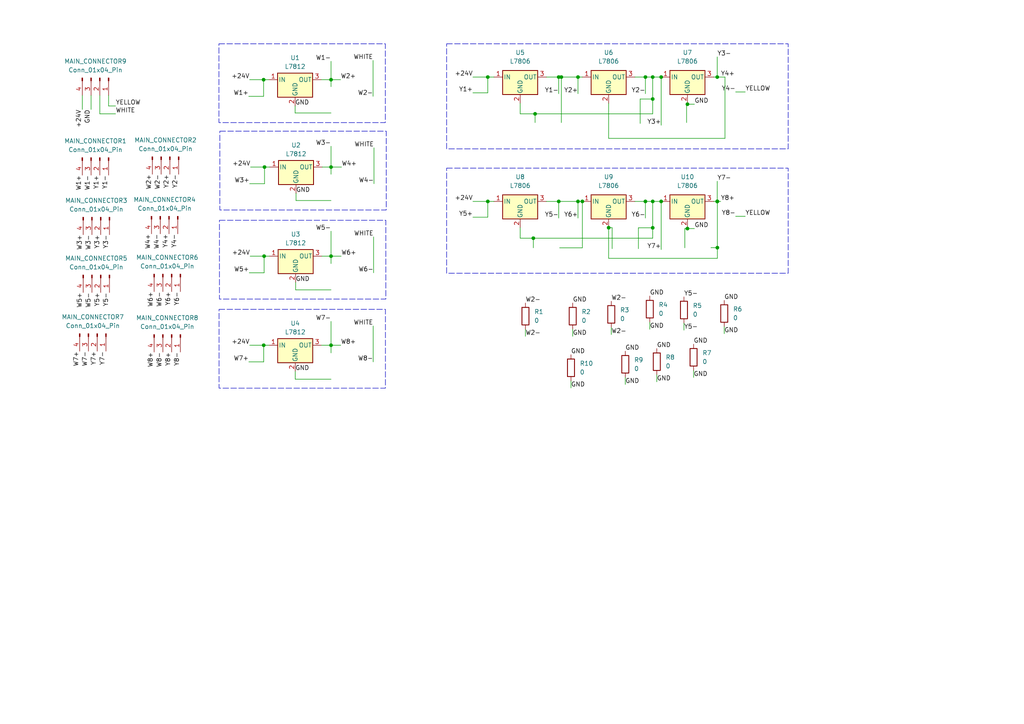
<source format=kicad_sch>
(kicad_sch (version 20231120) (generator "eeschema") (generator_version "8.0")
  (paper "A4")
  (lib_symbols
    (symbol "Connector:Conn_01x04_Pin" (pin_names (offset 1.016) hide)
      (property "Reference" "J" (at 0 5.08 0))
      (property "Value" "Conn_01x04_Pin" (at 0 -7.62 0))
      (symbol "Conn_01x04_Pin_1_1"
        (polyline (pts (xy 1.27 -5.08) (xy 0.8636 -5.08)) (stroke (width 0.1524)))
        (polyline (pts (xy 1.27 -2.54) (xy 0.8636 -2.54)) (stroke (width 0.1524)))
        (polyline (pts (xy 1.27 0) (xy 0.8636 0)) (stroke (width 0.1524)))
        (polyline (pts (xy 1.27 2.54) (xy 0.8636 2.54)) (stroke (width 0.1524)))
        (rectangle (start 0.8636 -4.953) (end 0 -5.207) (stroke (width 0.1524)) (fill (type outline)))
        (rectangle (start 0.8636 -2.413) (end 0 -2.667) (stroke (width 0.1524)) (fill (type outline)))
        (rectangle (start 0.8636 0.127) (end 0 -0.127) (stroke (width 0.1524)) (fill (type outline)))
        (rectangle (start 0.8636 2.667) (end 0 2.413) (stroke (width 0.1524)) (fill (type outline)))
        (pin passive line (at 5.08 2.54 180) (length 3.81) (name "Pin_1") (number "1"))
        (pin passive line (at 5.08 0 180) (length 3.81) (name "Pin_2") (number "2"))
        (pin passive line (at 5.08 -2.54 180) (length 3.81) (name "Pin_3") (number "3"))
        (pin passive line (at 5.08 -5.08 180) (length 3.81) (name "Pin_4") (number "4"))
      )
    )
    (symbol "Device:R" (pin_numbers hide) (pin_names (offset 0))
      (property "Reference" "R" (at 2.032 0 90))
      (property "Value" "R" (at 0 0 90))
      (symbol "R_0_1"
        (rectangle (start -1.016 -2.54) (end 1.016 2.54) (stroke (width 0.254)))
      )
      (symbol "R_1_1"
        (pin passive line (at 0 3.81 270) (length 1.27) (name "~") (number "1"))
        (pin passive line (at 0 -3.81 90) (length 1.27) (name "~") (number "2"))
      )
    )
    (symbol "Regulator_Linear:L7806" (pin_names (offset 0.254))
      (property "Reference" "U" (at -3.81 3.175 0))
      (property "Value" "L7806" (at 0 3.175 0))
      (symbol "L7806_0_1"
        (rectangle (start -5.08 1.905) (end 5.08 -5.08) (stroke (width 0.254)) (fill (type background)))
      )
      (symbol "L7806_1_1"
        (pin power_in line (at -7.62 0 0) (length 2.54) (name "IN") (number "1"))
        (pin power_in line (at 0 -7.62 90) (length 2.54) (name "GND") (number "2"))
        (pin power_out line (at 7.62 0 180) (length 2.54) (name "OUT") (number "3"))
      )
    )
    (symbol "Regulator_Linear:L7812" (pin_names (offset 0.254))
      (property "Reference" "U" (at -3.81 3.175 0))
      (property "Value" "L7812" (at 0 3.175 0))
      (symbol "L7812_0_1"
        (rectangle (start -5.08 1.905) (end 5.08 -5.08) (stroke (width 0.254)) (fill (type background)))
      )
      (symbol "L7812_1_1"
        (pin power_in line (at -7.62 0 0) (length 2.54) (name "IN") (number "1"))
        (pin power_in line (at 0 -7.62 90) (length 2.54) (name "GND") (number "2"))
        (pin power_out line (at 7.62 0 180) (length 2.54) (name "OUT") (number "3"))
      )
    )
  )
  (junction (at 167.64 58.42))
  (junction (at 162.052 58.42))
  (junction (at 96.012 23.114))
  (junction (at 208.026 22.352))
  (junction (at 76.4869 100.1335))
  (junction (at 167.64 22.352))
  (junction (at 208.026 58.42))
  (junction (at 96.012 100.1335))
  (junction (at 208.0649 71.8299))
  (junction (at 141.478 22.352))
  (junction (at 199.39 66.294))
  (junction (at 96.012 74.2962))
  (junction (at 96.012 48.4589))
  (junction (at 176.53 66.04))
  (junction (at 76.6033 74.2962))
  (junction (at 162.052 22.352))
  (junction (at 189.3124 28.7213))
  (junction (at 168.91 58.42))
  (junction (at 76.454 23.114))
  (junction (at 187.198 58.42))
  (junction (at 189.3124 66.0742))
  (junction (at 141.478 58.42))
  (junction (at 191.77 22.352))
  (junction (at 155.194 33.02))
  (junction (at 162.814 22.352))
  (junction (at 189.3124 58.42))
  (junction (at 208.0649 58.42))
  (junction (at 199.39 30.226))
  (junction (at 187.198 22.352))
  (junction (at 189.3124 22.352))
  (junction (at 154.686 69.088))
  (junction (at 76.7196 48.4589))
  (junction (at 191.77 58.42))
  (wire (pts (xy 33.528 30.734) (xy 31.496 30.734)))
  (wire (pts (xy 85.8636 58.166) (xy 85.8636 56.0789)))
  (wire (pts (xy 96.012 23.114) (xy 96.012 25.146)))
  (wire (pts (xy 72.6556 48.4589) (xy 76.7196 48.4589)))
  (wire (pts (xy 185.166 72.136) (xy 185.166 66.0742)))
  (wire (pts (xy 201.422 30.226) (xy 199.39 30.226)))
  (wire (pts (xy 207.01 58.42) (xy 208.026 58.42)))
  (wire (pts (xy 187.198 58.42) (xy 187.198 63.246)))
  (wire (pts (xy 72.1689 104.9595) (xy 76.4869 104.9595)))
  (wire (pts (xy 141.478 58.42) (xy 143.256 58.42)))
  (wire (pts (xy 191.77 72.39) (xy 191.77 58.42)))
  (wire (pts (xy 23.876 31.75) (xy 23.876 27.686)))
  (wire (pts (xy 93.2509 100.1335) (xy 96.012 100.1335)))
  (wire (pts (xy 137.16 26.924) (xy 141.478 26.924)))
  (wire (pts (xy 96.012 74.2962) (xy 98.9553 74.2962)))
  (wire (pts (xy 162.052 58.42) (xy 167.64 58.42)))
  (wire (pts (xy 76.454 27.94) (xy 76.454 23.114)))
  (wire (pts (xy 155.194 33.02) (xy 189.3124 33.02)))
  (wire (pts (xy 150.876 66.04) (xy 150.876 69.088)))
  (wire (pts (xy 184.15 22.352) (xy 187.198 22.352)))
  (wire (pts (xy 72.4016 53.2849) (xy 76.7196 53.2849)))
  (wire (pts (xy 185.674 28.7213) (xy 189.3124 28.7213)))
  (wire (pts (xy 96.012 48.4589) (xy 96.012 50.546)))
  (wire (pts (xy 199.136 35.56) (xy 199.136 30.226)))
  (wire (pts (xy 76.454 23.114) (xy 77.978 23.114)))
  (wire (pts (xy 177.546 66.04) (xy 176.53 66.04)))
  (wire (pts (xy 201.168 109.474) (xy 201.168 107.442)))
  (wire (pts (xy 72.5393 74.2962) (xy 76.6033 74.2962)))
  (wire (pts (xy 137.16 58.42) (xy 141.478 58.42)))
  (wire (pts (xy 108.2369 94.5455) (xy 108.2369 104.9595)))
  (wire (pts (xy 198.374 95.758) (xy 198.374 93.726)))
  (wire (pts (xy 167.64 63.246) (xy 167.64 58.42)))
  (wire (pts (xy 141.478 22.352) (xy 143.256 22.352)))
  (wire (pts (xy 210.2731 22.352) (xy 210.2731 40.132)))
  (wire (pts (xy 208.0649 71.8299) (xy 208.0649 58.42)))
  (wire (pts (xy 191.77 36.322) (xy 191.77 22.352)))
  (wire (pts (xy 96.012 100.1335) (xy 96.012 102.362)))
  (wire (pts (xy 137.16 22.352) (xy 141.478 22.352)))
  (wire (pts (xy 162.306 71.882) (xy 168.91 71.882)))
  (wire (pts (xy 96.012 67.056) (xy 96.012 74.2962)))
  (wire (pts (xy 76.4869 100.1335) (xy 78.0109 100.1335)))
  (wire (pts (xy 96.012 100.1335) (xy 96.012 93.218)))
  (wire (pts (xy 137.16 62.992) (xy 141.478 62.992)))
  (wire (pts (xy 26.416 31.75) (xy 26.416 27.686)))
  (wire (pts (xy 85.7473 84.074) (xy 85.7473 81.9162)))
  (wire (pts (xy 154.686 71.882) (xy 154.686 69.088)))
  (wire (pts (xy 96.012 32.766) (xy 85.598 32.766)))
  (wire (pts (xy 166.116 97.536) (xy 166.116 95.504)))
  (wire (pts (xy 210.058 96.774) (xy 210.058 94.742)))
  (wire (pts (xy 206.248 71.882) (xy 206.248 71.8299)))
  (wire (pts (xy 31.496 30.734) (xy 31.496 27.686)))
  (wire (pts (xy 187.198 58.42) (xy 189.3124 58.42)))
  (wire (pts (xy 189.3124 33.02) (xy 189.3124 28.7213)))
  (wire (pts (xy 216.154 62.738) (xy 213.36 62.738)))
  (wire (pts (xy 150.876 33.02) (xy 155.194 33.02)))
  (wire (pts (xy 187.198 22.352) (xy 187.198 27.178)))
  (wire (pts (xy 152.4 97.536) (xy 152.4 95.504)))
  (wire (pts (xy 162.814 22.352) (xy 167.64 22.352)))
  (wire (pts (xy 199.39 30.226) (xy 199.39 29.972)))
  (wire (pts (xy 167.64 22.352) (xy 168.91 22.352)))
  (wire (pts (xy 167.64 27.178) (xy 167.64 22.352)))
  (wire (pts (xy 150.876 69.088) (xy 154.686 69.088)))
  (wire (pts (xy 187.198 22.352) (xy 189.3124 22.352)))
  (wire (pts (xy 76.7196 53.2849) (xy 76.7196 48.4589)))
  (wire (pts (xy 181.356 111.506) (xy 181.356 109.474)))
  (wire (pts (xy 85.598 32.766) (xy 85.598 30.734)))
  (wire (pts (xy 76.6033 74.2962) (xy 78.1273 74.2962)))
  (wire (pts (xy 96.012 48.4589) (xy 99.0716 48.4589)))
  (wire (pts (xy 206.248 71.8299) (xy 208.0649 71.8299)))
  (wire (pts (xy 76.6033 79.1222) (xy 76.6033 74.2962)))
  (wire (pts (xy 162.052 22.352) (xy 162.814 22.352)))
  (wire (pts (xy 155.194 35.56) (xy 155.194 33.02)))
  (wire (pts (xy 199.39 66.294) (xy 199.39 66.04)))
  (wire (pts (xy 162.052 22.352) (xy 162.052 27.178)))
  (wire (pts (xy 96.012 74.2962) (xy 96.012 76.454)))
  (wire (pts (xy 158.496 22.352) (xy 162.052 22.352)))
  (wire (pts (xy 72.136 27.94) (xy 76.454 27.94)))
  (wire (pts (xy 184.15 58.42) (xy 187.198 58.42)))
  (wire (pts (xy 198.628 71.882) (xy 198.628 66.294)))
  (wire (pts (xy 96.012 109.982) (xy 85.6309 109.982)))
  (wire (pts (xy 176.53 66.04) (xy 176.53 74.93)))
  (wire (pts (xy 108.3533 68.7082) (xy 108.3533 79.1222)))
  (wire (pts (xy 93.218 23.114) (xy 96.012 23.114)))
  (wire (pts (xy 199.136 30.226) (xy 199.39 30.226)))
  (wire (pts (xy 208.0649 58.42) (xy 209.042 58.42)))
  (wire (pts (xy 72.2853 79.1222) (xy 76.6033 79.1222)))
  (wire (pts (xy 216.154 26.67) (xy 213.36 26.67)))
  (wire (pts (xy 168.91 71.882) (xy 168.91 58.42)))
  (wire (pts (xy 96.012 84.074) (xy 85.7473 84.074)))
  (wire (pts (xy 96.012 58.166) (xy 85.8636 58.166)))
  (wire (pts (xy 188.468 95.504) (xy 188.468 93.472)))
  (wire (pts (xy 154.686 69.088) (xy 189.3124 69.088)))
  (wire (pts (xy 141.478 62.992) (xy 141.478 58.42)))
  (wire (pts (xy 208.026 22.352) (xy 210.2731 22.352)))
  (wire (pts (xy 189.3124 66.0742) (xy 189.3124 58.42)))
  (wire (pts (xy 167.64 58.42) (xy 168.91 58.42)))
  (wire (pts (xy 96.012 17.78) (xy 96.012 23.114)))
  (wire (pts (xy 150.876 29.972) (xy 150.876 33.02)))
  (wire (pts (xy 176.53 29.972) (xy 176.53 40.132)))
  (wire (pts (xy 207.01 22.352) (xy 208.026 22.352)))
  (wire (pts (xy 189.3124 69.088) (xy 189.3124 66.0742)))
  (wire (pts (xy 189.3124 28.7213) (xy 189.3124 22.352)))
  (wire (pts (xy 108.204 17.526) (xy 108.204 27.94)))
  (wire (pts (xy 33.528 33.02) (xy 28.956 33.02)))
  (wire (pts (xy 76.4869 104.9595) (xy 76.4869 100.1335)))
  (wire (pts (xy 185.166 66.0742) (xy 189.3124 66.0742)))
  (wire (pts (xy 76.7196 48.4589) (xy 78.2436 48.4589)))
  (wire (pts (xy 177.292 97.028) (xy 177.292 94.996)))
  (wire (pts (xy 85.6309 109.982) (xy 85.6309 107.7535)))
  (wire (pts (xy 96.012 100.1335) (xy 98.8389 100.1335)))
  (wire (pts (xy 208.026 16.51) (xy 208.026 22.352)))
  (wire (pts (xy 208.026 52.578) (xy 208.026 58.42)))
  (wire (pts (xy 177.546 72.136) (xy 177.546 66.04)))
  (wire (pts (xy 198.628 66.294) (xy 199.39 66.294)))
  (wire (pts (xy 185.674 35.814) (xy 185.674 28.7213)))
  (wire (pts (xy 189.3124 22.352) (xy 191.77 22.352)))
  (wire (pts (xy 165.608 112.522) (xy 165.608 110.49)))
  (wire (pts (xy 141.478 26.924) (xy 141.478 22.352)))
  (wire (pts (xy 158.496 58.42) (xy 162.052 58.42)))
  (wire (pts (xy 176.53 74.93) (xy 208.0649 74.93)))
  (wire (pts (xy 208.0649 74.93) (xy 208.0649 71.8299)))
  (wire (pts (xy 108.4696 42.8709) (xy 108.4696 53.2849)))
  (wire (pts (xy 190.5 110.744) (xy 190.5 108.712)))
  (wire (pts (xy 93.3673 74.2962) (xy 96.012 74.2962)))
  (wire (pts (xy 189.3124 58.42) (xy 191.77 58.42)))
  (wire (pts (xy 72.39 23.114) (xy 76.454 23.114)))
  (wire (pts (xy 201.422 66.294) (xy 199.39 66.294)))
  (wire (pts (xy 28.956 33.02) (xy 28.956 27.686)))
  (wire (pts (xy 93.4836 48.4589) (xy 96.012 48.4589)))
  (wire (pts (xy 162.814 35.56) (xy 162.814 22.352)))
  (wire (pts (xy 96.012 23.114) (xy 98.806 23.114)))
  (wire (pts (xy 72.4229 100.1335) (xy 76.4869 100.1335)))
  (wire (pts (xy 176.53 40.132) (xy 210.2731 40.132)))
  (wire (pts (xy 162.052 63.246) (xy 162.052 58.42)))
  (wire (pts (xy 208.026 58.42) (xy 208.0649 58.42)))
  (wire (pts (xy 96.012 48.4589) (xy 96.012 42.418)))
  (rectangle (start 63.5329 89.7195) (end 111.7929 112.5795) (stroke (width 0) (type dash)))
  (rectangle (start 63.6493 63.8822) (end 111.9093 86.7422) (stroke (width 0) (type dash)))
  (rectangle (start 63.7656 38.0449) (end 112.0256 60.9049) (stroke (width 0) (type dash)))
  (rectangle (start 63.5 12.7) (end 111.76 35.56) (stroke (width 0) (type dash)))
  (rectangle (start 129.54 12.7) (end 228.6 43.18) (stroke (width 0) (type dash)))
  (rectangle (start 129.54 48.768) (end 228.6 79.248) (stroke (width 0) (type dash)))
  (label "Y2-" (at 51.816 50.546 270))
  (label "GND" (at 166.116 97.536 0))
  (label "W2+" (at 44.196 50.546 270))
  (label "Y7-" (at 208.026 52.578 0))
  (label "GND" (at 201.422 66.294 0))
  (label "Y4-" (at 51.562 67.818 270))
  (label "Y2+" (at 49.276 50.546 270))
  (label "GND" (at 85.598 30.734 0))
  (label "W4-" (at 108.4696 53.2849 180))
  (label "GND" (at 166.116 87.884 0))
  (label "Y8-" (at 52.324 102.108 270))
  (label "Y6+" (at 49.784 84.582 270))
  (label "GND" (at 165.608 102.87 0))
  (label "Y3-" (at 31.75 68.072 270))
  (label "Y5+" (at 137.16 62.992 180))
  (label "Y4+" (at 209.042 22.352 0))
  (label "W2-" (at 152.4 97.536 0))
  (label "YELLOW" (at 216.154 62.738 0))
  (label "GND" (at 188.468 95.504 0))
  (label "W6-" (at 47.244 84.582 270))
  (label "GND" (at 190.5 110.744 0))
  (label "Y8+" (at 49.784 102.108 270))
  (label "W2+" (at 98.806 23.114 0))
  (label "GND" (at 165.608 112.522 0))
  (label "W7+" (at 23.114 101.854 270))
  (label "GND" (at 190.5 101.092 0))
  (label "W5-" (at 26.67 84.836 270))
  (label "GND" (at 85.8636 56.0789 0))
  (label "Y1+" (at 137.16 26.924 180))
  (label "W2-" (at 108.204 27.94 180))
  (label "W4-" (at 46.482 67.818 270))
  (label "Y5-" (at 162.052 63.246 180))
  (label "Y2+" (at 167.64 27.178 180))
  (label "W6+" (at 44.704 84.582 270))
  (label "+24V" (at 72.39 23.114 180))
  (label "Y1-" (at 31.496 50.8 270))
  (label "GND" (at 201.168 109.474 0))
  (label "GND" (at 201.422 30.226 0))
  (label "W8+" (at 98.8389 100.1335 0))
  (label "W8-" (at 47.244 102.108 270))
  (label "WHITE" (at 33.528 33.02 0))
  (label "W1+" (at 72.136 27.94 180))
  (label "GND" (at 201.168 99.822 0))
  (label "W3-" (at 96.012 42.418 180))
  (label "WHITE" (at 108.204 17.526 180))
  (label "+24V" (at 72.4229 100.1335 180))
  (label "Y8-" (at 213.36 62.738 180))
  (label "W5+" (at 24.13 84.836 270))
  (label "W3+" (at 72.4016 53.2849 180))
  (label "W4+" (at 99.0716 48.4589 0))
  (label "Y3+" (at 29.21 68.072 270))
  (label "YELLOW" (at 216.154 26.67 0))
  (label "W5+" (at 72.2853 79.1222 180))
  (label "Y1-" (at 162.052 27.178 180))
  (label "+24V" (at 72.6556 48.4589 180))
  (label "Y4-" (at 213.36 26.67 180))
  (label "W2-" (at 177.292 97.028 0))
  (label "GND" (at 181.356 111.506 0))
  (label "W6-" (at 108.3533 79.1222 180))
  (label "GND" (at 188.468 85.852 0))
  (label "W3+" (at 24.13 68.072 270))
  (label "W5-" (at 96.012 67.056 180))
  (label "Y3-" (at 208.026 16.51 0))
  (label "W1-" (at 26.416 50.8 270))
  (label "W7+" (at 72.1689 104.9595 180))
  (label "Y5-" (at 198.374 95.758 0))
  (label "Y3+" (at 191.77 36.322 180))
  (label "GND" (at 26.416 31.75 270))
  (label "Y2-" (at 187.198 27.178 180))
  (label "Y8+" (at 209.042 58.42 0))
  (label "WHITE" (at 108.2369 94.5455 180))
  (label "YELLOW" (at 33.528 30.734 0))
  (label "+24V" (at 137.16 22.352 180))
  (label "W7-" (at 96.012 93.218 180))
  (label "Y7-" (at 30.734 101.854 270))
  (label "Y7+" (at 28.194 101.854 270))
  (label "W2-" (at 152.4 87.884 0))
  (label "W2-" (at 46.736 50.546 270))
  (label "Y6+" (at 167.64 63.246 180))
  (label "W2-" (at 177.292 87.376 0))
  (label "Y6-" (at 187.198 63.246 180))
  (label "W4+" (at 43.942 67.818 270))
  (label "W3-" (at 26.67 68.072 270))
  (label "Y5+" (at 29.21 84.836 270))
  (label "WHITE" (at 108.4696 42.8709 180))
  (label "W7-" (at 25.654 101.854 270))
  (label "GND" (at 85.7473 81.9162 0))
  (label "W6+" (at 98.9553 74.2962 0))
  (label "Y7+" (at 191.77 72.39 180))
  (label "Y1+" (at 28.956 50.8 270))
  (label "W8+" (at 44.704 102.108 270))
  (label "GND" (at 210.058 96.774 0))
  (label "GND" (at 181.356 101.854 0))
  (label "W1+" (at 23.876 50.8 270))
  (label "GND" (at 85.6309 107.7535 0))
  (label "W1-" (at 96.012 17.78 180))
  (label "Y4+" (at 49.022 67.818 270))
  (label "Y5-" (at 31.75 84.836 270))
  (label "Y6-" (at 52.324 84.582 270))
  (label "W8-" (at 108.2369 104.9595 180))
  (label "+24V" (at 72.5393 74.2962 180))
  (label "+24V" (at 23.876 31.75 270))
  (label "Y5-" (at 198.374 86.106 0))
  (label "WHITE" (at 108.3533 68.7082 180))
  (label "GND" (at 210.058 87.122 0))
  (label "+24V" (at 137.16 58.42 180))
  (symbol (lib_id "Device:R") (at 165.608 106.68 0) (unit 1)
    (property "Reference" "R10" (at 168.148 105.4099 0) (effects (justify left)))
    (property "Value" "0" (at 168.148 107.9499 0) (effects (justify left)))
    (property "Footprint" "Resistor_THT:R_Axial_DIN0204_L3.6mm_D1.6mm_P7.62mm_Horizontal" (effects (hide yes)))
    (property "Description" "Resistor" (effects (hide yes)))
  )
  (symbol (lib_id "Device:R") (at 166.116 91.694 0) (unit 1)
    (property "Reference" "R2" (at 168.656 90.4239 0) (effects (justify left)))
    (property "Value" "0" (at 168.656 92.9639 0) (effects (justify left)))
    (property "Footprint" "Resistor_THT:R_Axial_DIN0204_L3.6mm_D1.6mm_P5.08mm_Horizontal" (effects (hide yes)))
    (property "Description" "Resistor" (effects (hide yes)))
  )
  (symbol (lib_id "Connector:Conn_01x04_Pin") (at 28.956 22.606 270) (unit 1)
    (property "Reference" "MAIN_CONNECTOR9" (at 27.686 17.78 90))
    (property "Value" "Conn_01x04_Pin" (at 27.686 20.32 90))
    (property "Footprint" "Connector:FanPinHeader_1x04_P2.54mm_Vertical" (effects (hide yes)))
    (property "Description" "Generic connector, single row, 01x04, script generated" (effects (hide yes)))
  )
  (symbol (lib_id "Regulator_Linear:L7806") (at 199.39 22.352 0) (unit 1)
    (property "Reference" "U7" (at 199.39 15.24 0))
    (property "Value" "L7806" (at 199.39 17.78 0))
    (property "Footprint" "Package_TO_SOT_THT:TO-220-3_Vertical" (effects (hide yes)))
    (property "Datasheet" "http://www.st.com/content/ccc/resource/technical/document/datasheet/41/4f/b3/b0/12/d4/47/88/CD00000444.pdf/files/CD00000444.pdf/jcr:content/translations/en.CD00000444.pdf" (effects (hide yes)))
    (property "Description" "Positive 1.5A 35V Linear Regulator, Fixed Output 6V, TO-220/TO-263/TO-252" (effects (hide yes)))
  )
  (symbol (lib_id "Regulator_Linear:L7806") (at 150.876 22.352 0) (unit 1)
    (property "Reference" "U5" (at 150.876 15.24 0))
    (property "Value" "L7806" (at 150.876 17.78 0))
    (property "Footprint" "Package_TO_SOT_THT:TO-220-3_Vertical" (effects (hide yes)))
    (property "Datasheet" "http://www.st.com/content/ccc/resource/technical/document/datasheet/41/4f/b3/b0/12/d4/47/88/CD00000444.pdf/files/CD00000444.pdf/jcr:content/translations/en.CD00000444.pdf" (effects (hide yes)))
    (property "Description" "Positive 1.5A 35V Linear Regulator, Fixed Output 6V, TO-220/TO-263/TO-252" (effects (hide yes)))
  )
  (symbol (lib_id "Connector:Conn_01x04_Pin") (at 28.194 96.774 270) (unit 1)
    (property "Reference" "MAIN_CONNECTOR7" (at 26.924 91.948 90))
    (property "Value" "Conn_01x04_Pin" (at 26.924 94.488 90))
    (property "Footprint" "Connector:FanPinHeader_1x04_P2.54mm_Vertical" (effects (hide yes)))
    (property "Description" "Generic connector, single row, 01x04, script generated" (effects (hide yes)))
  )
  (symbol (lib_id "Connector:Conn_01x04_Pin") (at 29.21 79.756 270) (unit 1)
    (property "Reference" "MAIN_CONNECTOR5" (at 27.94 74.93 90))
    (property "Value" "Conn_01x04_Pin" (at 27.94 77.47 90))
    (property "Footprint" "Connector:FanPinHeader_1x04_P2.54mm_Vertical" (effects (hide yes)))
    (property "Description" "Generic connector, single row, 01x04, script generated" (effects (hide yes)))
  )
  (symbol (lib_id "Device:R") (at 190.5 104.902 0) (unit 1)
    (property "Reference" "R8" (at 193.04 103.6319 0) (effects (justify left)))
    (property "Value" "0" (at 193.04 106.1719 0) (effects (justify left)))
    (property "Footprint" "Resistor_THT:R_Axial_DIN0204_L3.6mm_D1.6mm_P5.08mm_Horizontal" (effects (hide yes)))
    (property "Description" "Resistor" (effects (hide yes)))
  )
  (symbol (lib_id "Device:R") (at 188.468 89.662 0) (unit 1)
    (property "Reference" "R4" (at 191.008 88.3919 0) (effects (justify left)))
    (property "Value" "0" (at 191.008 90.9319 0) (effects (justify left)))
    (property "Footprint" "Resistor_THT:R_Axial_DIN0204_L3.6mm_D1.6mm_P5.08mm_Horizontal" (effects (hide yes)))
    (property "Description" "Resistor" (effects (hide yes)))
  )
  (symbol (lib_id "Device:R") (at 198.374 89.916 0) (unit 1)
    (property "Reference" "R5" (at 200.914 88.6459 0) (effects (justify left)))
    (property "Value" "0" (at 200.914 91.1859 0) (effects (justify left)))
    (property "Footprint" "Resistor_THT:R_Axial_DIN0204_L3.6mm_D1.6mm_P7.62mm_Horizontal" (effects (hide yes)))
    (property "Description" "Resistor" (effects (hide yes)))
  )
  (symbol (lib_id "Regulator_Linear:L7812") (at 85.6309 100.1335 0) (unit 1)
    (property "Reference" "U4" (at 85.6309 93.7835 0))
    (property "Value" "L7812" (at 85.6309 96.3235 0))
    (property "Footprint" "Package_TO_SOT_THT:TO-220-3_Vertical" (effects (hide yes)))
    (property "Datasheet" "http://www.st.com/content/ccc/resource/technical/document/datasheet/41/4f/b3/b0/12/d4/47/88/CD00000444.pdf/files/CD00000444.pdf/jcr:content/translations/en.CD00000444.pdf" (effects (hide yes)))
    (property "Description" "Positive 1.5A 35V Linear Regulator, Fixed Output 12V, TO-220/TO-263/TO-252" (effects (hide yes)))
  )
  (symbol (lib_id "Regulator_Linear:L7812") (at 85.8636 48.4589 0) (unit 1)
    (property "Reference" "U2" (at 85.8636 42.1089 0))
    (property "Value" "L7812" (at 85.8636 44.6489 0))
    (property "Footprint" "Package_TO_SOT_THT:TO-220-3_Vertical" (effects (hide yes)))
    (property "Datasheet" "http://www.st.com/content/ccc/resource/technical/document/datasheet/41/4f/b3/b0/12/d4/47/88/CD00000444.pdf/files/CD00000444.pdf/jcr:content/translations/en.CD00000444.pdf" (effects (hide yes)))
    (property "Description" "Positive 1.5A 35V Linear Regulator, Fixed Output 12V, TO-220/TO-263/TO-252" (effects (hide yes)))
  )
  (symbol (lib_id "Connector:Conn_01x04_Pin") (at 49.022 62.738 270) (unit 1)
    (property "Reference" "MAIN_CONNECTOR4" (at 47.752 57.912 90))
    (property "Value" "Conn_01x04_Pin" (at 47.752 60.452 90))
    (property "Footprint" "Connector:FanPinHeader_1x04_P2.54mm_Vertical" (effects (hide yes)))
    (property "Description" "Generic connector, single row, 01x04, script generated" (effects (hide yes)))
  )
  (symbol (lib_id "Connector:Conn_01x04_Pin") (at 49.784 97.028 270) (unit 1)
    (property "Reference" "MAIN_CONNECTOR8" (at 48.514 92.202 90))
    (property "Value" "Conn_01x04_Pin" (at 48.514 94.742 90))
    (property "Footprint" "Connector:FanPinHeader_1x04_P2.54mm_Vertical" (effects (hide yes)))
    (property "Description" "Generic connector, single row, 01x04, script generated" (effects (hide yes)))
  )
  (symbol (lib_id "Device:R") (at 201.168 103.632 0) (unit 1)
    (property "Reference" "R7" (at 203.708 102.3619 0) (effects (justify left)))
    (property "Value" "0" (at 203.708 104.9019 0) (effects (justify left)))
    (property "Footprint" "Resistor_THT:R_Axial_DIN0204_L3.6mm_D1.6mm_P5.08mm_Horizontal" (effects (hide yes)))
    (property "Description" "Resistor" (effects (hide yes)))
  )
  (symbol (lib_id "Device:R") (at 210.058 90.932 0) (unit 1)
    (property "Reference" "R6" (at 212.598 89.6619 0) (effects (justify left)))
    (property "Value" "0" (at 212.598 92.2019 0) (effects (justify left)))
    (property "Footprint" "Resistor_THT:R_Axial_DIN0204_L3.6mm_D1.6mm_P5.08mm_Horizontal" (effects (hide yes)))
    (property "Description" "Resistor" (effects (hide yes)))
  )
  (symbol (lib_id "Regulator_Linear:L7812") (at 85.598 23.114 0) (unit 1)
    (property "Reference" "U1" (at 85.598 16.764 0))
    (property "Value" "L7812" (at 85.598 19.304 0))
    (property "Footprint" "Package_TO_SOT_THT:TO-220-3_Vertical" (effects (hide yes)))
    (property "Datasheet" "http://www.st.com/content/ccc/resource/technical/document/datasheet/41/4f/b3/b0/12/d4/47/88/CD00000444.pdf/files/CD00000444.pdf/jcr:content/translations/en.CD00000444.pdf" (effects (hide yes)))
    (property "Description" "Positive 1.5A 35V Linear Regulator, Fixed Output 12V, TO-220/TO-263/TO-252" (effects (hide yes)))
  )
  (symbol (lib_id "Device:R") (at 177.292 91.186 0) (unit 1)
    (property "Reference" "R3" (at 179.832 89.9159 0) (effects (justify left)))
    (property "Value" "0" (at 179.832 92.4559 0) (effects (justify left)))
    (property "Footprint" "Resistor_THT:R_Axial_DIN0204_L3.6mm_D1.6mm_P7.62mm_Horizontal" (effects (hide yes)))
    (property "Description" "Resistor" (effects (hide yes)))
  )
  (symbol (lib_id "Regulator_Linear:L7806") (at 176.53 58.42 0) (unit 1)
    (property "Reference" "U9" (at 176.53 51.308 0))
    (property "Value" "L7806" (at 176.53 53.848 0))
    (property "Footprint" "Package_TO_SOT_THT:TO-220-3_Vertical" (effects (hide yes)))
    (property "Datasheet" "http://www.st.com/content/ccc/resource/technical/document/datasheet/41/4f/b3/b0/12/d4/47/88/CD00000444.pdf/files/CD00000444.pdf/jcr:content/translations/en.CD00000444.pdf" (effects (hide yes)))
    (property "Description" "Positive 1.5A 35V Linear Regulator, Fixed Output 6V, TO-220/TO-263/TO-252" (effects (hide yes)))
  )
  (symbol (lib_id "Regulator_Linear:L7806") (at 150.876 58.42 0) (unit 1)
    (property "Reference" "U8" (at 150.876 51.308 0))
    (property "Value" "L7806" (at 150.876 53.848 0))
    (property "Footprint" "Package_TO_SOT_THT:TO-220-3_Vertical" (effects (hide yes)))
    (property "Datasheet" "http://www.st.com/content/ccc/resource/technical/document/datasheet/41/4f/b3/b0/12/d4/47/88/CD00000444.pdf/files/CD00000444.pdf/jcr:content/translations/en.CD00000444.pdf" (effects (hide yes)))
    (property "Description" "Positive 1.5A 35V Linear Regulator, Fixed Output 6V, TO-220/TO-263/TO-252" (effects (hide yes)))
  )
  (symbol (lib_id "Device:R") (at 181.356 105.664 0) (unit 1)
    (property "Reference" "R9" (at 183.896 104.3939 0) (effects (justify left)))
    (property "Value" "0" (at 183.896 106.9339 0) (effects (justify left)))
    (property "Footprint" "Resistor_THT:R_Axial_DIN0204_L3.6mm_D1.6mm_P5.08mm_Horizontal" (effects (hide yes)))
    (property "Description" "Resistor" (effects (hide yes)))
  )
  (symbol (lib_id "Regulator_Linear:L7806") (at 176.53 22.352 0) (unit 1)
    (property "Reference" "U6" (at 176.53 15.24 0))
    (property "Value" "L7806" (at 176.53 17.78 0))
    (property "Footprint" "Package_TO_SOT_THT:TO-220-3_Vertical" (effects (hide yes)))
    (property "Datasheet" "http://www.st.com/content/ccc/resource/technical/document/datasheet/41/4f/b3/b0/12/d4/47/88/CD00000444.pdf/files/CD00000444.pdf/jcr:content/translations/en.CD00000444.pdf" (effects (hide yes)))
    (property "Description" "Positive 1.5A 35V Linear Regulator, Fixed Output 6V, TO-220/TO-263/TO-252" (effects (hide yes)))
  )
  (symbol (lib_id "Regulator_Linear:L7812") (at 85.7473 74.2962 0) (unit 1)
    (property "Reference" "U3" (at 85.7473 67.9462 0))
    (property "Value" "L7812" (at 85.7473 70.4862 0))
    (property "Footprint" "Package_TO_SOT_THT:TO-220-3_Vertical" (effects (hide yes)))
    (property "Datasheet" "http://www.st.com/content/ccc/resource/technical/document/datasheet/41/4f/b3/b0/12/d4/47/88/CD00000444.pdf/files/CD00000444.pdf/jcr:content/translations/en.CD00000444.pdf" (effects (hide yes)))
    (property "Description" "Positive 1.5A 35V Linear Regulator, Fixed Output 12V, TO-220/TO-263/TO-252" (effects (hide yes)))
  )
  (symbol (lib_id "Regulator_Linear:L7806") (at 199.39 58.42 0) (unit 1)
    (property "Reference" "U10" (at 199.39 51.308 0))
    (property "Value" "L7806" (at 199.39 53.848 0))
    (property "Footprint" "Package_TO_SOT_THT:TO-220-3_Vertical" (effects (hide yes)))
    (property "Datasheet" "http://www.st.com/content/ccc/resource/technical/document/datasheet/41/4f/b3/b0/12/d4/47/88/CD00000444.pdf/files/CD00000444.pdf/jcr:content/translations/en.CD00000444.pdf" (effects (hide yes)))
    (property "Description" "Positive 1.5A 35V Linear Regulator, Fixed Output 6V, TO-220/TO-263/TO-252" (effects (hide yes)))
  )
  (symbol (lib_id "Connector:Conn_01x04_Pin") (at 29.21 62.992 270) (unit 1)
    (property "Reference" "MAIN_CONNECTOR3" (at 27.94 58.166 90))
    (property "Value" "Conn_01x04_Pin" (at 27.94 60.706 90))
    (property "Footprint" "Connector:FanPinHeader_1x04_P2.54mm_Vertical" (effects (hide yes)))
    (property "Description" "Generic connector, single row, 01x04, script generated" (effects (hide yes)))
  )
  (symbol (lib_id "Connector:Conn_01x04_Pin") (at 49.784 79.502 270) (unit 1)
    (property "Reference" "MAIN_CONNECTOR6" (at 48.514 74.676 90))
    (property "Value" "Conn_01x04_Pin" (at 48.514 77.216 90))
    (property "Footprint" "Connector:FanPinHeader_1x04_P2.54mm_Vertical" (effects (hide yes)))
    (property "Description" "Generic connector, single row, 01x04, script generated" (effects (hide yes)))
  )
  (symbol (lib_id "Device:R") (at 152.4 91.694 0) (unit 1)
    (property "Reference" "R1" (at 154.94 90.4239 0) (effects (justify left)))
    (property "Value" "0" (at 154.94 92.9639 0) (effects (justify left)))
    (property "Footprint" "Resistor_THT:R_Axial_DIN0204_L3.6mm_D1.6mm_P5.08mm_Horizontal" (effects (hide yes)))
    (property "Description" "Resistor" (effects (hide yes)))
  )
  (symbol (lib_id "Connector:Conn_01x04_Pin") (at 49.276 45.466 270) (unit 1)
    (property "Reference" "MAIN_CONNECTOR2" (at 48.006 40.64 90))
    (property "Value" "Conn_01x04_Pin" (at 48.006 43.18 90))
    (property "Footprint" "Connector:FanPinHeader_1x04_P2.54mm_Vertical" (effects (hide yes)))
    (property "Description" "Generic connector, single row, 01x04, script generated" (effects (hide yes)))
  )
  (symbol (lib_id "Connector:Conn_01x04_Pin") (at 28.956 45.72 270) (unit 1)
    (property "Reference" "MAIN_CONNECTOR1" (at 27.686 40.894 90))
    (property "Value" "Conn_01x04_Pin" (at 27.686 43.434 90))
    (property "Footprint" "Connector:FanPinHeader_1x04_P2.54mm_Vertical" (effects (hide yes)))
    (property "Description" "Generic connector, single row, 01x04, script generated" (effects (hide yes)))
  )
)
</source>
